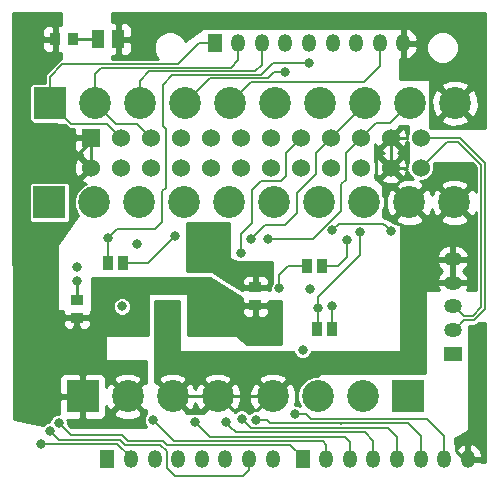
<source format=gtl>
%TF.GenerationSoftware,KiCad,Pcbnew,no-vcs-found-f685cfa~60~ubuntu16.04.1*%
%TF.CreationDate,2017-10-11T22:15:00+02:00*%
%TF.ProjectId,usb_alien,7573625F616C69656E2E6B696361645F,rev?*%
%TF.SameCoordinates,Original*%
%TF.FileFunction,Copper,L1,Top,Signal*%
%TF.FilePolarity,Positive*%
%FSLAX46Y46*%
G04 Gerber Fmt 4.6, Leading zero omitted, Abs format (unit mm)*
G04 Created by KiCad (PCBNEW no-vcs-found-f685cfa~60~ubuntu16.04.1) date Wed Oct 11 22:15:00 2017*
%MOMM*%
%LPD*%
G01*
G04 APERTURE LIST*
%TA.AperFunction,ComponentPad*%
%ADD10C,2.700000*%
%TD*%
%TA.AperFunction,ComponentPad*%
%ADD11R,2.700000X2.700000*%
%TD*%
%TA.AperFunction,SMDPad,CuDef*%
%ADD12R,0.970000X1.270000*%
%TD*%
%TA.AperFunction,SMDPad,CuDef*%
%ADD13R,1.066800X0.914400*%
%TD*%
%TA.AperFunction,ComponentPad*%
%ADD14R,1.524000X1.524000*%
%TD*%
%TA.AperFunction,ComponentPad*%
%ADD15C,1.524000*%
%TD*%
%TA.AperFunction,SMDPad,CuDef*%
%ADD16R,1.066800X1.574800*%
%TD*%
%TA.AperFunction,ComponentPad*%
%ADD17O,1.200000X1.524000*%
%TD*%
%TA.AperFunction,ComponentPad*%
%ADD18R,1.200000X1.524000*%
%TD*%
%TA.AperFunction,ComponentPad*%
%ADD19O,1.524000X1.200000*%
%TD*%
%TA.AperFunction,ComponentPad*%
%ADD20R,1.524000X1.200000*%
%TD*%
%TA.AperFunction,SMDPad,CuDef*%
%ADD21R,0.914400X1.066800*%
%TD*%
%TA.AperFunction,ViaPad*%
%ADD22C,0.800000*%
%TD*%
%TA.AperFunction,Conductor*%
%ADD23C,0.254000*%
%TD*%
%TA.AperFunction,Conductor*%
%ADD24C,0.152400*%
%TD*%
%TA.AperFunction,Conductor*%
%ADD25C,0.177800*%
%TD*%
G04 APERTURE END LIST*
D10*
%TO.P,P2,4*%
%TO.N,GND*%
X145567400Y-102831900D03*
%TO.P,P2,3*%
%TO.N,/USB+*%
X149377400Y-102831900D03*
%TO.P,P2,2*%
%TO.N,/USB-*%
X153187400Y-102831900D03*
D11*
%TO.P,P2,1*%
%TO.N,VDD*%
X156997400Y-102831900D03*
%TD*%
D12*
%TO.P,J5,2*%
%TO.N,/Down*%
X131605100Y-91554300D03*
%TO.P,J5,1*%
%TO.N,/C_Down*%
X132885100Y-91554300D03*
%TD*%
%TO.P,J4,1*%
%TO.N,/C_Right*%
X149308900Y-97091500D03*
%TO.P,J4,2*%
%TO.N,/Right*%
X150588900Y-97091500D03*
%TD*%
%TO.P,J3,2*%
%TO.N,/Left*%
X148496100Y-91795600D03*
%TO.P,J3,1*%
%TO.N,/C_Left*%
X149776100Y-91795600D03*
%TD*%
D13*
%TO.P,C2,2*%
%TO.N,GND*%
X128993900Y-94640400D03*
%TO.P,C2,1*%
%TO.N,VDD*%
X128993900Y-96164400D03*
%TD*%
%TO.P,C1,1*%
%TO.N,VDD*%
X144106900Y-95135700D03*
%TO.P,C1,2*%
%TO.N,GND*%
X144106900Y-93611700D03*
%TD*%
D11*
%TO.P,P1,1*%
%TO.N,VDD*%
X129476500Y-102831900D03*
D10*
%TO.P,P1,2*%
X133286500Y-102831900D03*
%TO.P,P1,3*%
%TO.N,GND*%
X137096500Y-102831900D03*
%TO.P,P1,4*%
X140906500Y-102831900D03*
%TD*%
D14*
%TO.P,J2,1*%
%TO.N,VDD*%
X130162300Y-80937100D03*
D15*
%TO.P,J2,2*%
X130162300Y-83477100D03*
%TO.P,J2,3*%
%TO.N,/HOME*%
X132702300Y-80937100D03*
%TO.P,J2,4*%
%TO.N,/L2*%
X132702300Y-83477100D03*
%TO.P,J2,5*%
%TO.N,/L1*%
X135242300Y-80937100D03*
%TO.P,J2,6*%
%TO.N,/R2*%
X135242300Y-83477100D03*
%TO.P,J2,7*%
%TO.N,/L3*%
X137782300Y-80937100D03*
%TO.P,J2,8*%
%TO.N,/Select*%
X137782300Y-83477100D03*
%TO.P,J2,9*%
%TO.N,/Up*%
X140322300Y-80937100D03*
%TO.P,J2,10*%
%TO.N,/C_Down*%
X140322300Y-83477100D03*
%TO.P,J2,11*%
%TO.N,/Start*%
X142862300Y-80937100D03*
%TO.P,J2,12*%
%TO.N,/Cross*%
X142862300Y-83477100D03*
%TO.P,J2,13*%
%TO.N,/Circle*%
X145402300Y-80937100D03*
%TO.P,J2,14*%
%TO.N,/Square*%
X145402300Y-83477100D03*
%TO.P,J2,15*%
%TO.N,/Triangle*%
X147942300Y-80937100D03*
%TO.P,J2,16*%
%TO.N,/C_Left*%
X147942300Y-83477100D03*
%TO.P,J2,17*%
%TO.N,/R3*%
X150482300Y-80937100D03*
%TO.P,J2,18*%
%TO.N,/C_Right*%
X150482300Y-83477100D03*
%TO.P,J2,19*%
%TO.N,/R1*%
X153022300Y-80937100D03*
%TO.P,J2,20*%
%TO.N,Net-(J2-Pad20)*%
X153022300Y-83477100D03*
%TO.P,J2,21*%
%TO.N,GND*%
X155562300Y-80937100D03*
%TO.P,J2,22*%
X155562300Y-83477100D03*
%TO.P,J2,23*%
%TO.N,/USB-*%
X158102300Y-80937100D03*
%TO.P,J2,24*%
%TO.N,/USB+*%
X158102300Y-83477100D03*
%TD*%
D10*
%TO.P,P4,10*%
%TO.N,GND*%
X160947100Y-86410800D03*
%TO.P,P4,9*%
X157137100Y-86410800D03*
%TO.P,P4,8*%
%TO.N,/C_Right*%
X153327100Y-86410800D03*
%TO.P,P4,7*%
%TO.N,/C_Left*%
X149517100Y-86410800D03*
%TO.P,P4,6*%
%TO.N,/Square*%
X145707100Y-86410800D03*
%TO.P,P4,5*%
%TO.N,/Cross*%
X141897100Y-86410800D03*
%TO.P,P4,4*%
%TO.N,/C_Down*%
X138087100Y-86410800D03*
%TO.P,P4,3*%
%TO.N,/Select*%
X134277100Y-86410800D03*
%TO.P,P4,2*%
%TO.N,/R2*%
X130467100Y-86410800D03*
D11*
%TO.P,P4,1*%
%TO.N,/L2*%
X126657100Y-86410800D03*
%TD*%
%TO.P,P3,1*%
%TO.N,/HOME*%
X126707900Y-78003400D03*
D10*
%TO.P,P3,2*%
%TO.N,/L1*%
X130517900Y-78003400D03*
%TO.P,P3,3*%
%TO.N,/L3*%
X134327900Y-78003400D03*
%TO.P,P3,4*%
%TO.N,/Up*%
X138137900Y-78003400D03*
%TO.P,P3,5*%
%TO.N,/Start*%
X141947900Y-78003400D03*
%TO.P,P3,6*%
%TO.N,/Circle*%
X145757900Y-78003400D03*
%TO.P,P3,7*%
%TO.N,/Triangle*%
X149567900Y-78003400D03*
%TO.P,P3,8*%
%TO.N,/R3*%
X153377900Y-78003400D03*
%TO.P,P3,9*%
%TO.N,/R1*%
X157187900Y-78003400D03*
%TO.P,P3,10*%
%TO.N,GND*%
X160997900Y-78003400D03*
%TD*%
D16*
%TO.P,D1,A*%
%TO.N,Net-(D1-PadA)*%
X130771900Y-72593200D03*
%TO.P,D1,K*%
%TO.N,GND*%
X132499100Y-72593200D03*
%TD*%
D17*
%TO.P,J1,J4_8*%
%TO.N,GND*%
X162098300Y-108168000D03*
%TO.P,J1,J4_7*%
%TO.N,/R1*%
X160098300Y-108168000D03*
%TO.P,J1,J4_6*%
%TO.N,/R3*%
X158098300Y-108168000D03*
%TO.P,J1,J4_5*%
%TO.N,/Triangle*%
X156098300Y-108168000D03*
%TO.P,J1,J4_4*%
%TO.N,/Square*%
X154098300Y-108168000D03*
%TO.P,J1,J4_3*%
%TO.N,/Circle*%
X152098300Y-108168000D03*
%TO.P,J1,J4_2*%
%TO.N,/Cross*%
X150098300Y-108168000D03*
D18*
%TO.P,J1,J4_1*%
%TO.N,/Select*%
X148098300Y-108168000D03*
D17*
%TO.P,J1,J5_8*%
%TO.N,N/C*%
X145558300Y-108168000D03*
%TO.P,J1,J5_7*%
%TO.N,/R2*%
X143558300Y-108168000D03*
%TO.P,J1,J5_6*%
%TO.N,Net-(J1-PadJ5_6)*%
X141558300Y-108168000D03*
%TO.P,J1,J5_5*%
%TO.N,N/C*%
X139558300Y-108168000D03*
%TO.P,J1,J5_3*%
X135558300Y-108168000D03*
%TO.P,J1,J5_2*%
%TO.N,/L2*%
X133558300Y-108168000D03*
%TO.P,J1,J5_4*%
%TO.N,N/C*%
X137558300Y-108168000D03*
D18*
%TO.P,J1,J5_1*%
%TO.N,Net-(J1-PadJ5_1)*%
X131558300Y-108168000D03*
D17*
%TO.P,J1,J3_9*%
%TO.N,GND*%
X156638300Y-72958000D03*
%TO.P,J1,J3_8*%
%TO.N,/Start*%
X154638300Y-72958000D03*
%TO.P,J1,J3_7*%
%TO.N,/Right*%
X152638300Y-72958000D03*
%TO.P,J1,J3_6*%
%TO.N,/Left*%
X150638300Y-72958000D03*
%TO.P,J1,J3_3*%
%TO.N,/L3*%
X144638300Y-72958000D03*
%TO.P,J1,J3_5*%
%TO.N,/Down*%
X148638300Y-72958000D03*
%TO.P,J1,J3_4*%
%TO.N,/Up*%
X146638300Y-72958000D03*
%TO.P,J1,J3_2*%
%TO.N,/L1*%
X142638300Y-72958000D03*
D18*
%TO.P,J1,J3_1*%
%TO.N,/HOME*%
X140638300Y-72958000D03*
D19*
%TO.P,J1,J1_5*%
%TO.N,GND*%
X160798300Y-91208000D03*
%TO.P,J1,J1_4*%
X160798300Y-93208000D03*
%TO.P,J1,J1_3*%
%TO.N,/USB+*%
X160798300Y-95208000D03*
D20*
%TO.P,J1,J1_1*%
%TO.N,VDD*%
X160798300Y-99208000D03*
D19*
%TO.P,J1,J1_2*%
%TO.N,/USB-*%
X160798300Y-97208000D03*
%TD*%
D21*
%TO.P,R1,1*%
%TO.N,VDD*%
X127139700Y-72580500D03*
%TO.P,R1,2*%
%TO.N,Net-(D1-PadA)*%
X128663700Y-72580500D03*
%TD*%
D22*
%TO.N,GND*%
X162610800Y-98221800D03*
X163169600Y-97066100D03*
X140798600Y-89535000D03*
X139877800Y-89535000D03*
X138976100Y-89522300D03*
X140867795Y-88526233D03*
X139877800Y-88531700D03*
X138976100Y-88531700D03*
X136563100Y-99021900D03*
X128993900Y-91846400D03*
X128993900Y-93027500D03*
X132816600Y-95211900D03*
X136626600Y-95186500D03*
%TO.N,/R1*%
X145199100Y-89496900D03*
X147472400Y-104330500D03*
%TO.N,/R3*%
X144145000Y-104800400D03*
X143764000Y-89535000D03*
%TO.N,/Triangle*%
X142875000Y-90678000D03*
X142925800Y-104724200D03*
%TO.N,/Square*%
X141579601Y-105003599D03*
%TO.N,/Circle*%
X139026900Y-105016300D03*
%TO.N,/Cross*%
X135420100Y-104825800D03*
%TO.N,/Select*%
X127431800Y-105067100D03*
%TO.N,/R2*%
X126695200Y-105752900D03*
%TO.N,/L2*%
X125933200Y-106870498D03*
%TO.N,/Right*%
X150622000Y-95161100D03*
X155549600Y-88823800D03*
X150609300Y-88785700D03*
%TO.N,/Left*%
X146126200Y-93700600D03*
%TO.N,/Down*%
X148640800Y-74637900D03*
X131610102Y-89433400D03*
%TO.N,/Up*%
X146621500Y-75349100D03*
%TO.N,VDD*%
X145719800Y-95123000D03*
X128955800Y-98298000D03*
X128968500Y-97142300D03*
%TO.N,Net-(U1-Pad12)*%
X148094700Y-98920300D03*
%TO.N,Net-(U1-Pad3)*%
X148729700Y-93726000D03*
%TO.N,Net-(U2-Pad3)*%
X134112000Y-89954100D03*
%TO.N,/C_Right*%
X149415500Y-95351600D03*
X152996900Y-88938100D03*
%TO.N,/C_Left*%
X151892000Y-89585800D03*
%TO.N,/C_Down*%
X137299700Y-89281000D03*
%TD*%
D23*
%TO.N,Net-(D1-PadA)*%
X128663700Y-72580500D02*
X130759200Y-72580500D01*
X130759200Y-72580500D02*
X130771900Y-72593200D01*
%TO.N,GND*%
X142550919Y-103943199D02*
X142646400Y-103943199D01*
X141033500Y-102831900D02*
X142227300Y-104025700D01*
X142227300Y-104025700D02*
X142468418Y-104025700D01*
X142468418Y-104025700D02*
X142550919Y-103943199D01*
X140906500Y-102831900D02*
X141033500Y-102831900D01*
X144246600Y-103974900D02*
X143751300Y-103974900D01*
X145389600Y-102831900D02*
X144246600Y-103974900D01*
X145567400Y-102831900D02*
X145389600Y-102831900D01*
X162098300Y-108330000D02*
X162098300Y-108168000D01*
X161800100Y-108168000D02*
X161074100Y-107442000D01*
X162098300Y-108168000D02*
X161800100Y-108168000D01*
X138976100Y-89522300D02*
X139865100Y-89522300D01*
X139865100Y-89522300D02*
X139877800Y-89535000D01*
X139877800Y-88531700D02*
X140862328Y-88531700D01*
X140862328Y-88531700D02*
X140867795Y-88526233D01*
X140906500Y-102831900D02*
X145567400Y-102831900D01*
X137096500Y-102831900D02*
X139005688Y-102831900D01*
X139005688Y-102831900D02*
X140906500Y-102831900D01*
X128993900Y-94640400D02*
X128993900Y-93027500D01*
X156741530Y-83578700D02*
X156908500Y-83578700D01*
X155562300Y-83477100D02*
X156639930Y-83477100D01*
X156639930Y-83477100D02*
X156741530Y-83578700D01*
X156908499Y-80937100D02*
X156908499Y-80975199D01*
X156908499Y-80975199D02*
X156959299Y-81025999D01*
X155562300Y-80937100D02*
X156908499Y-80937100D01*
X156019500Y-84912200D02*
X156235400Y-84696300D01*
X156019500Y-85090000D02*
X156019500Y-84912200D01*
X157137100Y-86207600D02*
X156019500Y-85090000D01*
X157137100Y-86410800D02*
X157137100Y-86207600D01*
X154279600Y-84023200D02*
X154279600Y-82867500D01*
X154584400Y-84328000D02*
X154279600Y-84023200D01*
X154711400Y-84328000D02*
X154584400Y-84328000D01*
X154813000Y-84226400D02*
X154711400Y-84328000D01*
X155562300Y-83477100D02*
X154813000Y-84226400D01*
X155562300Y-83477100D02*
X155562300Y-80937100D01*
D24*
%TO.N,/R1*%
X160098300Y-108168000D02*
X160098300Y-106212200D01*
X148386800Y-104330500D02*
X147472400Y-104330500D01*
X160098300Y-106212200D02*
X158635700Y-104749600D01*
X158635700Y-104749600D02*
X148805900Y-104749600D01*
X148805900Y-104749600D02*
X148386800Y-104330500D01*
X145199100Y-89496900D02*
X149009100Y-89496900D01*
X149009100Y-89496900D02*
X151384000Y-87122000D01*
X151384000Y-87122000D02*
X151384000Y-84874100D01*
X151384000Y-84874100D02*
X151765000Y-84493100D01*
X151765000Y-84493100D02*
X151765000Y-82194400D01*
X151765000Y-82194400D02*
X152260301Y-81699099D01*
X152260301Y-81699099D02*
X153022300Y-80937100D01*
X154305000Y-79654400D02*
X155536900Y-79654400D01*
X155536900Y-79654400D02*
X157187900Y-78003400D01*
X153022300Y-80937100D02*
X154305000Y-79654400D01*
%TO.N,/R3*%
X150482300Y-80937100D02*
X149225000Y-82194400D01*
X149225000Y-82194400D02*
X149225000Y-84023200D01*
X149225000Y-84023200D02*
X147637500Y-85610700D01*
X147637500Y-85610700D02*
X147637500Y-87287100D01*
X146570700Y-88353900D02*
X144945100Y-88353900D01*
X147637500Y-87287100D02*
X146570700Y-88353900D01*
X144945100Y-88353900D02*
X143764000Y-89535000D01*
X151371300Y-105117900D02*
X145376900Y-105117900D01*
X145376900Y-105117900D02*
X145059400Y-104800400D01*
X145059400Y-104800400D02*
X144145000Y-104800400D01*
X158098300Y-108168000D02*
X158098300Y-106206100D01*
X158098300Y-106206100D02*
X157010100Y-105117900D01*
X157010100Y-105117900D02*
X151371300Y-105117900D01*
X150482300Y-80937100D02*
X149390100Y-82029300D01*
X150482300Y-80937100D02*
X153377900Y-78041500D01*
X153377900Y-78041500D02*
X153377900Y-78003400D01*
X151371300Y-105117900D02*
X151345900Y-105143300D01*
%TO.N,/Triangle*%
X156098300Y-108168000D02*
X156098300Y-106288900D01*
X143687800Y-105498900D02*
X142925800Y-104736900D01*
X156098300Y-106288900D02*
X155308300Y-105498900D01*
X155308300Y-105498900D02*
X143687800Y-105498900D01*
X142925800Y-104736900D02*
X142925800Y-104724200D01*
X147942300Y-80937100D02*
X146672300Y-82207100D01*
X146672300Y-82207100D02*
X146672300Y-84188300D01*
X146672300Y-84188300D02*
X146265900Y-84594700D01*
X146265900Y-84594700D02*
X144576800Y-84594700D01*
X144576800Y-84594700D02*
X143840200Y-85331300D01*
X143840200Y-85331300D02*
X143840200Y-88138000D01*
X143840200Y-88138000D02*
X142875000Y-89103200D01*
X142875000Y-89103200D02*
X142875000Y-90678000D01*
%TO.N,/Square*%
X154098300Y-108168000D02*
X154098300Y-106638400D01*
X154098300Y-106638400D02*
X153339800Y-105879900D01*
X153339800Y-105879900D02*
X142455902Y-105879900D01*
X141979600Y-105403598D02*
X141579601Y-105003599D01*
X142455902Y-105879900D02*
X141979600Y-105403598D01*
%TO.N,/Circle*%
X152098300Y-108168000D02*
X152098300Y-106670400D01*
X152098300Y-106670400D02*
X151701478Y-106273578D01*
X151701478Y-106273578D02*
X140284178Y-106273578D01*
X140284178Y-106273578D02*
X139426899Y-105416299D01*
X139426899Y-105416299D02*
X139026900Y-105016300D01*
%TO.N,/Cross*%
X150098300Y-108168000D02*
X150098300Y-106918300D01*
X150098300Y-106918300D02*
X149809200Y-106629200D01*
X135820099Y-105225799D02*
X135420100Y-104825800D01*
X149809200Y-106629200D02*
X137223500Y-106629200D01*
X137223500Y-106629200D02*
X135820099Y-105225799D01*
%TO.N,/Select*%
X127431800Y-105067100D02*
X128498600Y-106133900D01*
X128498600Y-106133900D02*
X132816600Y-106133900D01*
X132816600Y-106133900D02*
X133337300Y-106654600D01*
X133337300Y-106654600D02*
X136309100Y-106654600D01*
X136309100Y-106654600D02*
X136588500Y-106934000D01*
X136588500Y-106934000D02*
X147040600Y-106934000D01*
X147040600Y-106934000D02*
X148098300Y-107991700D01*
X148098300Y-107991700D02*
X148098300Y-108168000D01*
%TO.N,/R2*%
X133096000Y-106972100D02*
X132657799Y-106533899D01*
X136055100Y-106972100D02*
X133096000Y-106972100D01*
X132657799Y-106533899D02*
X127476199Y-106533899D01*
X136575800Y-107492800D02*
X136055100Y-106972100D01*
X136575800Y-108889800D02*
X136575800Y-107492800D01*
X137299700Y-109613700D02*
X136575800Y-108889800D01*
X143027000Y-109613700D02*
X137299700Y-109613700D01*
X143558300Y-109082400D02*
X143027000Y-109613700D01*
X143558300Y-108168000D02*
X143558300Y-109082400D01*
X127476199Y-106533899D02*
X127095199Y-106152899D01*
X127095199Y-106152899D02*
X126695200Y-105752900D01*
%TO.N,/L2*%
X126498885Y-106870498D02*
X125933200Y-106870498D01*
X132422798Y-106870498D02*
X126498885Y-106870498D01*
X133558300Y-108006000D02*
X132422798Y-106870498D01*
X133558300Y-108168000D02*
X133558300Y-108006000D01*
%TO.N,/Start*%
X154638300Y-72958000D02*
X154638300Y-74901500D01*
X154638300Y-74901500D02*
X153314389Y-76225411D01*
X153314389Y-76225411D02*
X145541256Y-76225411D01*
X145541256Y-76225411D02*
X145541234Y-76225433D01*
X145541234Y-76225433D02*
X143725867Y-76225433D01*
X143725867Y-76225433D02*
X141947900Y-78003400D01*
%TO.N,/Right*%
X150622000Y-95161100D02*
X150622000Y-97058400D01*
X150622000Y-97058400D02*
X150588900Y-97091500D01*
X150588900Y-95194200D02*
X150622000Y-95161100D01*
X150588900Y-97091500D02*
X150588900Y-96941500D01*
X150609300Y-88785700D02*
X151187101Y-88207899D01*
X151187101Y-88207899D02*
X154933699Y-88207899D01*
X154933699Y-88207899D02*
X155149601Y-88423801D01*
X155149601Y-88423801D02*
X155549600Y-88823800D01*
%TO.N,/Left*%
X146126200Y-92544900D02*
X146875500Y-91795600D01*
X146875500Y-91795600D02*
X148496100Y-91795600D01*
X146126200Y-93700600D02*
X146126200Y-92544900D01*
%TO.N,/L3*%
X144094200Y-75311000D02*
X135111112Y-75311000D01*
X134327900Y-76094212D02*
X134327900Y-78003400D01*
X144638300Y-72958000D02*
X144638300Y-74766900D01*
X144638300Y-74766900D02*
X144094200Y-75311000D01*
X135111112Y-75311000D02*
X134327900Y-76094212D01*
%TO.N,/Down*%
X148640800Y-74637900D02*
X145567400Y-74637900D01*
X145567400Y-74637900D02*
X144589489Y-75615811D01*
X136245600Y-79921100D02*
X136499600Y-80175100D01*
X136182100Y-85471000D02*
X136182100Y-88061800D01*
X144589489Y-75615811D02*
X137071089Y-75615811D01*
X137071089Y-75615811D02*
X136245600Y-76441300D01*
X136245600Y-76441300D02*
X136245600Y-79921100D01*
X136499600Y-80175100D02*
X136499600Y-85153500D01*
X135585198Y-88658702D02*
X132384800Y-88658702D01*
X136499600Y-85153500D02*
X136182100Y-85471000D01*
X136182100Y-88061800D02*
X135585198Y-88658702D01*
X132384800Y-88658702D02*
X131610102Y-89433400D01*
X131610102Y-89433400D02*
X131610102Y-91549298D01*
X131610102Y-91549298D02*
X131605100Y-91554300D01*
%TO.N,/Up*%
X138137900Y-78003400D02*
X140220678Y-75920622D01*
X140220678Y-75920622D02*
X145135578Y-75920622D01*
X145135578Y-75920622D02*
X145707100Y-75349100D01*
X145707100Y-75349100D02*
X146055815Y-75349100D01*
X146055815Y-75349100D02*
X146621500Y-75349100D01*
X146634199Y-75514199D02*
X146621500Y-75501500D01*
X146621500Y-75501500D02*
X146621500Y-75349100D01*
%TO.N,/L1*%
X131051310Y-75006190D02*
X130517900Y-75539600D01*
X142638300Y-73872400D02*
X142646400Y-73880500D01*
X142646400Y-73880500D02*
X142646400Y-74358500D01*
X142638300Y-72958000D02*
X142638300Y-73872400D01*
X142646400Y-74358500D02*
X141998710Y-75006190D01*
X141998710Y-75006190D02*
X131051310Y-75006190D01*
X130517900Y-75539600D02*
X130517900Y-78003400D01*
X130517900Y-78003400D02*
X132283200Y-79768700D01*
X132283200Y-79768700D02*
X134073900Y-79768700D01*
X134073900Y-79768700D02*
X135242300Y-80937100D01*
%TO.N,/HOME*%
X140638300Y-72958000D02*
X139284400Y-72958000D01*
X139284400Y-72958000D02*
X137541021Y-74701379D01*
X137541021Y-74701379D02*
X130925054Y-74701379D01*
X126707900Y-75755500D02*
X126707900Y-78003400D01*
X130925054Y-74701379D02*
X130925033Y-74701400D01*
X130925033Y-74701400D02*
X127762000Y-74701400D01*
X127762000Y-74701400D02*
X126707900Y-75755500D01*
X132702300Y-80937100D02*
X131508500Y-79743300D01*
X131508500Y-79743300D02*
X128498600Y-79743300D01*
X128498600Y-79743300D02*
X127025400Y-78270100D01*
X127025400Y-78270100D02*
X127025400Y-78193900D01*
X127025400Y-78193900D02*
X126834900Y-78003400D01*
X126834900Y-78003400D02*
X126707900Y-78003400D01*
D25*
%TO.N,/USB+*%
X163220400Y-83220548D02*
X161292552Y-81292700D01*
X160798300Y-95208000D02*
X160960300Y-95208000D01*
X160286700Y-81292700D02*
X158102300Y-83477100D01*
X162480852Y-96030200D02*
X163220400Y-95290652D01*
X161292552Y-81292700D02*
X160286700Y-81292700D01*
X160960300Y-95208000D02*
X161782500Y-96030200D01*
X161782500Y-96030200D02*
X162480852Y-96030200D01*
X163220400Y-95290652D02*
X163220400Y-83220548D01*
D24*
X158102300Y-83477100D02*
X158102300Y-83235800D01*
D23*
%TO.N,VDD*%
X128905000Y-82448400D02*
X128600200Y-82448400D01*
X130162300Y-81191100D02*
X128905000Y-82448400D01*
X130162300Y-80937100D02*
X130162300Y-81191100D01*
X128993900Y-96164400D02*
X128993900Y-97116900D01*
X128993900Y-97116900D02*
X128968500Y-97142300D01*
X128968500Y-97142300D02*
X128968500Y-98285300D01*
X128968500Y-98285300D02*
X128955800Y-98298000D01*
X130162300Y-80937100D02*
X130162300Y-81953100D01*
X130162300Y-81953100D02*
X130162300Y-83477100D01*
D25*
%TO.N,/USB-*%
X160798300Y-97208000D02*
X160960300Y-97208000D01*
X160960300Y-97208000D02*
X161782500Y-96385800D01*
X162628148Y-96385800D02*
X163576000Y-95437948D01*
X161439848Y-80937100D02*
X160286700Y-80937100D01*
X161782500Y-96385800D02*
X162628148Y-96385800D01*
X163576000Y-95437948D02*
X163576000Y-83073252D01*
X163576000Y-83073252D02*
X161439848Y-80937100D01*
X160286700Y-80937100D02*
X158102300Y-80937100D01*
D24*
X158102300Y-80937100D02*
X158102300Y-81254600D01*
%TO.N,/C_Right*%
X149415500Y-95351600D02*
X149415500Y-94449900D01*
X149415500Y-94449900D02*
X152996900Y-90868500D01*
X152996900Y-90868500D02*
X152996900Y-90652600D01*
X152996900Y-90652600D02*
X152996900Y-88938100D01*
X149415500Y-95351600D02*
X149415500Y-96984900D01*
X149415500Y-96984900D02*
X149308900Y-97091500D01*
%TO.N,/C_Left*%
X149776100Y-91795600D02*
X151091900Y-91795600D01*
X151091900Y-91795600D02*
X151892000Y-90995500D01*
X151892000Y-90995500D02*
X151892000Y-89585800D01*
%TO.N,/C_Down*%
X135026400Y-91554300D02*
X136899701Y-89680999D01*
X136899701Y-89680999D02*
X137299700Y-89281000D01*
X132885100Y-91554300D02*
X135026400Y-91554300D01*
%TD*%
D23*
%TO.N,GND*%
G36*
X157035500Y-80525715D02*
X156959499Y-80708746D01*
X156959330Y-80902760D01*
X156943662Y-80589732D01*
X156784697Y-80205957D01*
X156542513Y-80136492D01*
X155741905Y-80937100D01*
X156542513Y-81737708D01*
X156784697Y-81668243D01*
X156962152Y-81170842D01*
X157035500Y-81348358D01*
X157035500Y-82969100D01*
X157045167Y-83017701D01*
X157051501Y-83027181D01*
X156959499Y-83248746D01*
X156959330Y-83442760D01*
X156943662Y-83129732D01*
X156784697Y-82745957D01*
X156542513Y-82676492D01*
X155741905Y-83477100D01*
X156542513Y-84277708D01*
X156784697Y-84208243D01*
X156962152Y-83710842D01*
X157132746Y-84123712D01*
X157426953Y-84418432D01*
X156695682Y-84435636D01*
X156325097Y-84589137D01*
X156362908Y-84457313D01*
X155562300Y-83656705D01*
X154761692Y-84457313D01*
X154831157Y-84699497D01*
X155354602Y-84886244D01*
X155909668Y-84858462D01*
X155996332Y-84822565D01*
X155911112Y-85005207D01*
X157137100Y-86231195D01*
X158363088Y-85005207D01*
X159721112Y-85005207D01*
X160947100Y-86231195D01*
X162173088Y-85005207D01*
X162031622Y-84702018D01*
X161295145Y-84417063D01*
X160505682Y-84435636D01*
X159862578Y-84702018D01*
X159721112Y-85005207D01*
X158363088Y-85005207D01*
X158221622Y-84702018D01*
X158009694Y-84620020D01*
X158328659Y-84620298D01*
X158748912Y-84446654D01*
X159070723Y-84125403D01*
X159245101Y-83705454D01*
X159245498Y-83250741D01*
X159181602Y-83096100D01*
X162431413Y-83096100D01*
X162750500Y-83415187D01*
X162750500Y-85554706D01*
X162655882Y-85326278D01*
X162352693Y-85184812D01*
X161126705Y-86410800D01*
X162352693Y-87636788D01*
X162655882Y-87495322D01*
X162750500Y-87250778D01*
X162750500Y-93853000D01*
X161994099Y-93853000D01*
X162153762Y-93525609D01*
X162029031Y-93335000D01*
X160925300Y-93335000D01*
X160925300Y-93355000D01*
X160671300Y-93355000D01*
X160671300Y-93335000D01*
X159567569Y-93335000D01*
X159442838Y-93525609D01*
X159602501Y-93853000D01*
X158623000Y-93853000D01*
X158574399Y-93862667D01*
X158533197Y-93890197D01*
X158505667Y-93931399D01*
X158496000Y-93980000D01*
X158496000Y-100838000D01*
X149606000Y-100838000D01*
X149557399Y-100847667D01*
X149516197Y-100875197D01*
X149491573Y-100909905D01*
X149399604Y-101100919D01*
X149034593Y-101100600D01*
X148398148Y-101363574D01*
X147910786Y-101850087D01*
X147646701Y-102486072D01*
X147646100Y-103174707D01*
X147836761Y-103636141D01*
X147628432Y-103549636D01*
X147418169Y-103549452D01*
X147561137Y-103179945D01*
X147542564Y-102390482D01*
X147276182Y-101747378D01*
X146972993Y-101605912D01*
X145747005Y-102831900D01*
X145761148Y-102846043D01*
X145581543Y-103025648D01*
X145567400Y-103011505D01*
X145553258Y-103025648D01*
X145373653Y-102846043D01*
X145387795Y-102831900D01*
X144161807Y-101605912D01*
X143858618Y-101747378D01*
X143573663Y-102483855D01*
X143592236Y-103273318D01*
X143858618Y-103916422D01*
X144079195Y-104019342D01*
X143990331Y-104019264D01*
X143703177Y-104137914D01*
X143573866Y-104267000D01*
X143572936Y-104267000D01*
X143368779Y-104062486D01*
X143081832Y-103943336D01*
X142771131Y-103943064D01*
X142483977Y-104061714D01*
X142399876Y-104145668D01*
X142312095Y-104057887D01*
X142615282Y-103916422D01*
X142900237Y-103179945D01*
X142881664Y-102390482D01*
X142615282Y-101747378D01*
X142312093Y-101605912D01*
X141086105Y-102831900D01*
X141100248Y-102846043D01*
X140920643Y-103025648D01*
X140906500Y-103011505D01*
X139680512Y-104237493D01*
X139694280Y-104267000D01*
X139258947Y-104267000D01*
X139182932Y-104235436D01*
X138872231Y-104235164D01*
X138795182Y-104267000D01*
X138308720Y-104267000D01*
X138322488Y-104237493D01*
X137096500Y-103011505D01*
X137082358Y-103025648D01*
X136902753Y-102846043D01*
X136916895Y-102831900D01*
X137276105Y-102831900D01*
X138502093Y-104057888D01*
X138805282Y-103916422D01*
X138994814Y-103426568D01*
X139197718Y-103916422D01*
X139500907Y-104057888D01*
X140726895Y-102831900D01*
X139500907Y-101605912D01*
X139197718Y-101747378D01*
X139008186Y-102237232D01*
X138805282Y-101747378D01*
X138502093Y-101605912D01*
X137276105Y-102831900D01*
X136916895Y-102831900D01*
X135690907Y-101605912D01*
X135636000Y-101631531D01*
X135636000Y-101426307D01*
X135870512Y-101426307D01*
X137096500Y-102652295D01*
X138322488Y-101426307D01*
X139680512Y-101426307D01*
X140906500Y-102652295D01*
X142132488Y-101426307D01*
X144341412Y-101426307D01*
X145567400Y-102652295D01*
X146793388Y-101426307D01*
X146651922Y-101123118D01*
X145915445Y-100838163D01*
X145125982Y-100856736D01*
X144482878Y-101123118D01*
X144341412Y-101426307D01*
X142132488Y-101426307D01*
X141991022Y-101123118D01*
X141254545Y-100838163D01*
X140465082Y-100856736D01*
X139821978Y-101123118D01*
X139680512Y-101426307D01*
X138322488Y-101426307D01*
X138181022Y-101123118D01*
X137444545Y-100838163D01*
X136655082Y-100856736D01*
X136011978Y-101123118D01*
X135870512Y-101426307D01*
X135636000Y-101426307D01*
X135636000Y-94742000D01*
X137668000Y-94742000D01*
X137668000Y-98920300D01*
X137677667Y-98968901D01*
X137705197Y-99010103D01*
X137746399Y-99037633D01*
X137794913Y-99047300D01*
X147313583Y-99053820D01*
X147313564Y-99074969D01*
X147432214Y-99362123D01*
X147651721Y-99582014D01*
X147938668Y-99701164D01*
X148249369Y-99701436D01*
X148536523Y-99582786D01*
X148756414Y-99363279D01*
X148875564Y-99076332D01*
X148875583Y-99054889D01*
X156336913Y-99060000D01*
X156385520Y-99050366D01*
X156426741Y-99022864D01*
X156454299Y-98981681D01*
X156464000Y-98933000D01*
X156464000Y-91525609D01*
X159442838Y-91525609D01*
X159656285Y-91963285D01*
X159936520Y-92208000D01*
X159656285Y-92452715D01*
X159442838Y-92890391D01*
X159567569Y-93081000D01*
X160671300Y-93081000D01*
X160671300Y-91335000D01*
X160925300Y-91335000D01*
X160925300Y-93081000D01*
X162029031Y-93081000D01*
X162153762Y-92890391D01*
X161940315Y-92452715D01*
X161660080Y-92208000D01*
X161940315Y-91963285D01*
X162153762Y-91525609D01*
X162029031Y-91335000D01*
X160925300Y-91335000D01*
X160671300Y-91335000D01*
X159567569Y-91335000D01*
X159442838Y-91525609D01*
X156464000Y-91525609D01*
X156464000Y-90890391D01*
X159442838Y-90890391D01*
X159567569Y-91081000D01*
X160671300Y-91081000D01*
X160671300Y-90129955D01*
X160925300Y-90129955D01*
X160925300Y-91081000D01*
X162029031Y-91081000D01*
X162153762Y-90890391D01*
X161940315Y-90452715D01*
X161576681Y-90135172D01*
X161119208Y-89980957D01*
X160925300Y-90129955D01*
X160671300Y-90129955D01*
X160477392Y-89980957D01*
X160019919Y-90135172D01*
X159656285Y-90452715D01*
X159442838Y-90890391D01*
X156464000Y-90890391D01*
X156464000Y-88480900D01*
X156454333Y-88432299D01*
X156426803Y-88391097D01*
X156393796Y-88367308D01*
X156001774Y-88171297D01*
X155992579Y-88162086D01*
X155938153Y-88139487D01*
X155291966Y-87816393D01*
X155911112Y-87816393D01*
X156052578Y-88119582D01*
X156789055Y-88404537D01*
X157578518Y-88385964D01*
X158221622Y-88119582D01*
X158363088Y-87816393D01*
X159721112Y-87816393D01*
X159862578Y-88119582D01*
X160599055Y-88404537D01*
X161388518Y-88385964D01*
X162031622Y-88119582D01*
X162173088Y-87816393D01*
X160947100Y-86590405D01*
X159721112Y-87816393D01*
X158363088Y-87816393D01*
X157137100Y-86590405D01*
X155911112Y-87816393D01*
X155291966Y-87816393D01*
X154940000Y-87640410D01*
X154940000Y-87040318D01*
X155057799Y-86756628D01*
X155058400Y-86067993D01*
X155056236Y-86062755D01*
X155143363Y-86062755D01*
X155161936Y-86852218D01*
X155428318Y-87495322D01*
X155731507Y-87636788D01*
X156957495Y-86410800D01*
X157316705Y-86410800D01*
X158542693Y-87636788D01*
X158845882Y-87495322D01*
X159035414Y-87005468D01*
X159238318Y-87495322D01*
X159541507Y-87636788D01*
X160767495Y-86410800D01*
X159541507Y-85184812D01*
X159238318Y-85326278D01*
X159048786Y-85816132D01*
X158845882Y-85326278D01*
X158542693Y-85184812D01*
X157316705Y-86410800D01*
X156957495Y-86410800D01*
X155731507Y-85184812D01*
X155428318Y-85326278D01*
X155143363Y-86062755D01*
X155056236Y-86062755D01*
X154940000Y-85781443D01*
X154940000Y-85051900D01*
X154930333Y-85003299D01*
X154901975Y-84961277D01*
X154241500Y-84312811D01*
X154241500Y-83970677D01*
X154339903Y-84208243D01*
X154582087Y-84277708D01*
X155382695Y-83477100D01*
X154582087Y-82676492D01*
X154339903Y-82745957D01*
X154241500Y-83021778D01*
X154241500Y-81917313D01*
X154761692Y-81917313D01*
X154831157Y-82159497D01*
X154954644Y-82203553D01*
X154831157Y-82254703D01*
X154761692Y-82496887D01*
X155562300Y-83297495D01*
X156362908Y-82496887D01*
X156293443Y-82254703D01*
X156169956Y-82210647D01*
X156293443Y-82159497D01*
X156362908Y-81917313D01*
X155562300Y-81116705D01*
X154761692Y-81917313D01*
X154241500Y-81917313D01*
X154241500Y-81430677D01*
X154339903Y-81668243D01*
X154582087Y-81737708D01*
X155382695Y-80937100D01*
X155368553Y-80922958D01*
X155548158Y-80743353D01*
X155562300Y-80757495D01*
X156362908Y-79956887D01*
X156352643Y-79921100D01*
X157035500Y-79921100D01*
X157035500Y-80525715D01*
X157035500Y-80525715D01*
G37*
X157035500Y-80525715D02*
X156959499Y-80708746D01*
X156959330Y-80902760D01*
X156943662Y-80589732D01*
X156784697Y-80205957D01*
X156542513Y-80136492D01*
X155741905Y-80937100D01*
X156542513Y-81737708D01*
X156784697Y-81668243D01*
X156962152Y-81170842D01*
X157035500Y-81348358D01*
X157035500Y-82969100D01*
X157045167Y-83017701D01*
X157051501Y-83027181D01*
X156959499Y-83248746D01*
X156959330Y-83442760D01*
X156943662Y-83129732D01*
X156784697Y-82745957D01*
X156542513Y-82676492D01*
X155741905Y-83477100D01*
X156542513Y-84277708D01*
X156784697Y-84208243D01*
X156962152Y-83710842D01*
X157132746Y-84123712D01*
X157426953Y-84418432D01*
X156695682Y-84435636D01*
X156325097Y-84589137D01*
X156362908Y-84457313D01*
X155562300Y-83656705D01*
X154761692Y-84457313D01*
X154831157Y-84699497D01*
X155354602Y-84886244D01*
X155909668Y-84858462D01*
X155996332Y-84822565D01*
X155911112Y-85005207D01*
X157137100Y-86231195D01*
X158363088Y-85005207D01*
X159721112Y-85005207D01*
X160947100Y-86231195D01*
X162173088Y-85005207D01*
X162031622Y-84702018D01*
X161295145Y-84417063D01*
X160505682Y-84435636D01*
X159862578Y-84702018D01*
X159721112Y-85005207D01*
X158363088Y-85005207D01*
X158221622Y-84702018D01*
X158009694Y-84620020D01*
X158328659Y-84620298D01*
X158748912Y-84446654D01*
X159070723Y-84125403D01*
X159245101Y-83705454D01*
X159245498Y-83250741D01*
X159181602Y-83096100D01*
X162431413Y-83096100D01*
X162750500Y-83415187D01*
X162750500Y-85554706D01*
X162655882Y-85326278D01*
X162352693Y-85184812D01*
X161126705Y-86410800D01*
X162352693Y-87636788D01*
X162655882Y-87495322D01*
X162750500Y-87250778D01*
X162750500Y-93853000D01*
X161994099Y-93853000D01*
X162153762Y-93525609D01*
X162029031Y-93335000D01*
X160925300Y-93335000D01*
X160925300Y-93355000D01*
X160671300Y-93355000D01*
X160671300Y-93335000D01*
X159567569Y-93335000D01*
X159442838Y-93525609D01*
X159602501Y-93853000D01*
X158623000Y-93853000D01*
X158574399Y-93862667D01*
X158533197Y-93890197D01*
X158505667Y-93931399D01*
X158496000Y-93980000D01*
X158496000Y-100838000D01*
X149606000Y-100838000D01*
X149557399Y-100847667D01*
X149516197Y-100875197D01*
X149491573Y-100909905D01*
X149399604Y-101100919D01*
X149034593Y-101100600D01*
X148398148Y-101363574D01*
X147910786Y-101850087D01*
X147646701Y-102486072D01*
X147646100Y-103174707D01*
X147836761Y-103636141D01*
X147628432Y-103549636D01*
X147418169Y-103549452D01*
X147561137Y-103179945D01*
X147542564Y-102390482D01*
X147276182Y-101747378D01*
X146972993Y-101605912D01*
X145747005Y-102831900D01*
X145761148Y-102846043D01*
X145581543Y-103025648D01*
X145567400Y-103011505D01*
X145553258Y-103025648D01*
X145373653Y-102846043D01*
X145387795Y-102831900D01*
X144161807Y-101605912D01*
X143858618Y-101747378D01*
X143573663Y-102483855D01*
X143592236Y-103273318D01*
X143858618Y-103916422D01*
X144079195Y-104019342D01*
X143990331Y-104019264D01*
X143703177Y-104137914D01*
X143573866Y-104267000D01*
X143572936Y-104267000D01*
X143368779Y-104062486D01*
X143081832Y-103943336D01*
X142771131Y-103943064D01*
X142483977Y-104061714D01*
X142399876Y-104145668D01*
X142312095Y-104057887D01*
X142615282Y-103916422D01*
X142900237Y-103179945D01*
X142881664Y-102390482D01*
X142615282Y-101747378D01*
X142312093Y-101605912D01*
X141086105Y-102831900D01*
X141100248Y-102846043D01*
X140920643Y-103025648D01*
X140906500Y-103011505D01*
X139680512Y-104237493D01*
X139694280Y-104267000D01*
X139258947Y-104267000D01*
X139182932Y-104235436D01*
X138872231Y-104235164D01*
X138795182Y-104267000D01*
X138308720Y-104267000D01*
X138322488Y-104237493D01*
X137096500Y-103011505D01*
X137082358Y-103025648D01*
X136902753Y-102846043D01*
X136916895Y-102831900D01*
X137276105Y-102831900D01*
X138502093Y-104057888D01*
X138805282Y-103916422D01*
X138994814Y-103426568D01*
X139197718Y-103916422D01*
X139500907Y-104057888D01*
X140726895Y-102831900D01*
X139500907Y-101605912D01*
X139197718Y-101747378D01*
X139008186Y-102237232D01*
X138805282Y-101747378D01*
X138502093Y-101605912D01*
X137276105Y-102831900D01*
X136916895Y-102831900D01*
X135690907Y-101605912D01*
X135636000Y-101631531D01*
X135636000Y-101426307D01*
X135870512Y-101426307D01*
X137096500Y-102652295D01*
X138322488Y-101426307D01*
X139680512Y-101426307D01*
X140906500Y-102652295D01*
X142132488Y-101426307D01*
X144341412Y-101426307D01*
X145567400Y-102652295D01*
X146793388Y-101426307D01*
X146651922Y-101123118D01*
X145915445Y-100838163D01*
X145125982Y-100856736D01*
X144482878Y-101123118D01*
X144341412Y-101426307D01*
X142132488Y-101426307D01*
X141991022Y-101123118D01*
X141254545Y-100838163D01*
X140465082Y-100856736D01*
X139821978Y-101123118D01*
X139680512Y-101426307D01*
X138322488Y-101426307D01*
X138181022Y-101123118D01*
X137444545Y-100838163D01*
X136655082Y-100856736D01*
X136011978Y-101123118D01*
X135870512Y-101426307D01*
X135636000Y-101426307D01*
X135636000Y-94742000D01*
X137668000Y-94742000D01*
X137668000Y-98920300D01*
X137677667Y-98968901D01*
X137705197Y-99010103D01*
X137746399Y-99037633D01*
X137794913Y-99047300D01*
X147313583Y-99053820D01*
X147313564Y-99074969D01*
X147432214Y-99362123D01*
X147651721Y-99582014D01*
X147938668Y-99701164D01*
X148249369Y-99701436D01*
X148536523Y-99582786D01*
X148756414Y-99363279D01*
X148875564Y-99076332D01*
X148875583Y-99054889D01*
X156336913Y-99060000D01*
X156385520Y-99050366D01*
X156426741Y-99022864D01*
X156454299Y-98981681D01*
X156464000Y-98933000D01*
X156464000Y-91525609D01*
X159442838Y-91525609D01*
X159656285Y-91963285D01*
X159936520Y-92208000D01*
X159656285Y-92452715D01*
X159442838Y-92890391D01*
X159567569Y-93081000D01*
X160671300Y-93081000D01*
X160671300Y-91335000D01*
X160925300Y-91335000D01*
X160925300Y-93081000D01*
X162029031Y-93081000D01*
X162153762Y-92890391D01*
X161940315Y-92452715D01*
X161660080Y-92208000D01*
X161940315Y-91963285D01*
X162153762Y-91525609D01*
X162029031Y-91335000D01*
X160925300Y-91335000D01*
X160671300Y-91335000D01*
X159567569Y-91335000D01*
X159442838Y-91525609D01*
X156464000Y-91525609D01*
X156464000Y-90890391D01*
X159442838Y-90890391D01*
X159567569Y-91081000D01*
X160671300Y-91081000D01*
X160671300Y-90129955D01*
X160925300Y-90129955D01*
X160925300Y-91081000D01*
X162029031Y-91081000D01*
X162153762Y-90890391D01*
X161940315Y-90452715D01*
X161576681Y-90135172D01*
X161119208Y-89980957D01*
X160925300Y-90129955D01*
X160671300Y-90129955D01*
X160477392Y-89980957D01*
X160019919Y-90135172D01*
X159656285Y-90452715D01*
X159442838Y-90890391D01*
X156464000Y-90890391D01*
X156464000Y-88480900D01*
X156454333Y-88432299D01*
X156426803Y-88391097D01*
X156393796Y-88367308D01*
X156001774Y-88171297D01*
X155992579Y-88162086D01*
X155938153Y-88139487D01*
X155291966Y-87816393D01*
X155911112Y-87816393D01*
X156052578Y-88119582D01*
X156789055Y-88404537D01*
X157578518Y-88385964D01*
X158221622Y-88119582D01*
X158363088Y-87816393D01*
X159721112Y-87816393D01*
X159862578Y-88119582D01*
X160599055Y-88404537D01*
X161388518Y-88385964D01*
X162031622Y-88119582D01*
X162173088Y-87816393D01*
X160947100Y-86590405D01*
X159721112Y-87816393D01*
X158363088Y-87816393D01*
X157137100Y-86590405D01*
X155911112Y-87816393D01*
X155291966Y-87816393D01*
X154940000Y-87640410D01*
X154940000Y-87040318D01*
X155057799Y-86756628D01*
X155058400Y-86067993D01*
X155056236Y-86062755D01*
X155143363Y-86062755D01*
X155161936Y-86852218D01*
X155428318Y-87495322D01*
X155731507Y-87636788D01*
X156957495Y-86410800D01*
X157316705Y-86410800D01*
X158542693Y-87636788D01*
X158845882Y-87495322D01*
X159035414Y-87005468D01*
X159238318Y-87495322D01*
X159541507Y-87636788D01*
X160767495Y-86410800D01*
X159541507Y-85184812D01*
X159238318Y-85326278D01*
X159048786Y-85816132D01*
X158845882Y-85326278D01*
X158542693Y-85184812D01*
X157316705Y-86410800D01*
X156957495Y-86410800D01*
X155731507Y-85184812D01*
X155428318Y-85326278D01*
X155143363Y-86062755D01*
X155056236Y-86062755D01*
X154940000Y-85781443D01*
X154940000Y-85051900D01*
X154930333Y-85003299D01*
X154901975Y-84961277D01*
X154241500Y-84312811D01*
X154241500Y-83970677D01*
X154339903Y-84208243D01*
X154582087Y-84277708D01*
X155382695Y-83477100D01*
X154582087Y-82676492D01*
X154339903Y-82745957D01*
X154241500Y-83021778D01*
X154241500Y-81917313D01*
X154761692Y-81917313D01*
X154831157Y-82159497D01*
X154954644Y-82203553D01*
X154831157Y-82254703D01*
X154761692Y-82496887D01*
X155562300Y-83297495D01*
X156362908Y-82496887D01*
X156293443Y-82254703D01*
X156169956Y-82210647D01*
X156293443Y-82159497D01*
X156362908Y-81917313D01*
X155562300Y-81116705D01*
X154761692Y-81917313D01*
X154241500Y-81917313D01*
X154241500Y-81430677D01*
X154339903Y-81668243D01*
X154582087Y-81737708D01*
X155382695Y-80937100D01*
X155368553Y-80922958D01*
X155548158Y-80743353D01*
X155562300Y-80757495D01*
X156362908Y-79956887D01*
X156352643Y-79921100D01*
X157035500Y-79921100D01*
X157035500Y-80525715D01*
%TO.N,VDD*%
G36*
X127635000Y-71412100D02*
X127425450Y-71412100D01*
X127266700Y-71570850D01*
X127266700Y-72453500D01*
X127286700Y-72453500D01*
X127286700Y-72707500D01*
X127266700Y-72707500D01*
X127266700Y-73590150D01*
X127425450Y-73748900D01*
X127635000Y-73748900D01*
X127635000Y-74269462D01*
X127587037Y-74279002D01*
X127438711Y-74378110D01*
X126384611Y-75432211D01*
X126285502Y-75580537D01*
X126250700Y-75755500D01*
X126250700Y-76264936D01*
X125357900Y-76264936D01*
X125209241Y-76294506D01*
X125083214Y-76378714D01*
X124999006Y-76504741D01*
X124969436Y-76653400D01*
X124969436Y-79353400D01*
X124999006Y-79502059D01*
X125083214Y-79628086D01*
X125209241Y-79712294D01*
X125357900Y-79741864D01*
X127255958Y-79741864D01*
X127260234Y-79776816D01*
X127284617Y-79819955D01*
X127323652Y-79850480D01*
X127380653Y-79864096D01*
X127973799Y-79865078D01*
X128175310Y-80066589D01*
X128323637Y-80165698D01*
X128498600Y-80200500D01*
X128765300Y-80200500D01*
X128765300Y-80651350D01*
X128924050Y-80810100D01*
X130035300Y-80810100D01*
X130035300Y-80790100D01*
X130289300Y-80790100D01*
X130289300Y-80810100D01*
X130309300Y-80810100D01*
X130309300Y-81064100D01*
X130289300Y-81064100D01*
X130289300Y-81084100D01*
X130035300Y-81084100D01*
X130035300Y-81064100D01*
X128924050Y-81064100D01*
X128765300Y-81222850D01*
X128765300Y-81825410D01*
X128861973Y-82058799D01*
X129040602Y-82237427D01*
X129273991Y-82334100D01*
X129408384Y-82334100D01*
X129361692Y-82496887D01*
X130162300Y-83297495D01*
X130176443Y-83283353D01*
X130356048Y-83462958D01*
X130341905Y-83477100D01*
X130356048Y-83491243D01*
X130176443Y-83670848D01*
X130162300Y-83656705D01*
X129361692Y-84457313D01*
X129431157Y-84699497D01*
X129777152Y-84822936D01*
X129487848Y-84942474D01*
X129000486Y-85428987D01*
X128736401Y-86064972D01*
X128735800Y-86753607D01*
X128998774Y-87390052D01*
X129073033Y-87464440D01*
X127339205Y-90035493D01*
X127320047Y-90081193D01*
X127317500Y-90106500D01*
X127317500Y-95478600D01*
X127327167Y-95527201D01*
X127354697Y-95568403D01*
X127395899Y-95595933D01*
X127444500Y-95605600D01*
X127825500Y-95605600D01*
X127825500Y-95878650D01*
X127984250Y-96037400D01*
X128866900Y-96037400D01*
X128866900Y-96017400D01*
X129120900Y-96017400D01*
X129120900Y-96037400D01*
X130003550Y-96037400D01*
X130162300Y-95878650D01*
X130162300Y-95605600D01*
X130175000Y-95605600D01*
X130223601Y-95595933D01*
X130264803Y-95568403D01*
X130292333Y-95527201D01*
X130302000Y-95478600D01*
X130302000Y-95366569D01*
X132035464Y-95366569D01*
X132154114Y-95653723D01*
X132373621Y-95873614D01*
X132660568Y-95992764D01*
X132971269Y-95993036D01*
X133258423Y-95874386D01*
X133478314Y-95654879D01*
X133597464Y-95367932D01*
X133597736Y-95057231D01*
X133479086Y-94770077D01*
X133259579Y-94550186D01*
X132972632Y-94431036D01*
X132661931Y-94430764D01*
X132374777Y-94549414D01*
X132154886Y-94768921D01*
X132035736Y-95055868D01*
X132035464Y-95366569D01*
X130302000Y-95366569D01*
X130302000Y-92837000D01*
X140297520Y-92837000D01*
X142941003Y-94546149D01*
X142938500Y-94552191D01*
X142938500Y-94849950D01*
X143097250Y-95008700D01*
X143979900Y-95008700D01*
X143979900Y-94988700D01*
X144233900Y-94988700D01*
X144233900Y-95008700D01*
X145116550Y-95008700D01*
X145275300Y-94849950D01*
X145275300Y-94742000D01*
X146304000Y-94742000D01*
X146304000Y-98425000D01*
X143429981Y-98425000D01*
X142576651Y-97693574D01*
X142533459Y-97669285D01*
X142494000Y-97663000D01*
X138430000Y-97663000D01*
X138430000Y-95421450D01*
X142938500Y-95421450D01*
X142938500Y-95719209D01*
X143035173Y-95952598D01*
X143213801Y-96131227D01*
X143447190Y-96227900D01*
X143821150Y-96227900D01*
X143979900Y-96069150D01*
X143979900Y-95262700D01*
X144233900Y-95262700D01*
X144233900Y-96069150D01*
X144392650Y-96227900D01*
X144766610Y-96227900D01*
X144999999Y-96131227D01*
X145178627Y-95952598D01*
X145275300Y-95719209D01*
X145275300Y-95421450D01*
X145116550Y-95262700D01*
X144233900Y-95262700D01*
X143979900Y-95262700D01*
X143097250Y-95262700D01*
X142938500Y-95421450D01*
X138430000Y-95421450D01*
X138430000Y-94234000D01*
X138420333Y-94185399D01*
X138392803Y-94144197D01*
X138351601Y-94116667D01*
X138303000Y-94107000D01*
X135128000Y-94107000D01*
X135079399Y-94116667D01*
X135038197Y-94144197D01*
X135010667Y-94185399D01*
X135001000Y-94234000D01*
X135001000Y-97663000D01*
X131508500Y-97663000D01*
X131459899Y-97672667D01*
X131418697Y-97700197D01*
X131391167Y-97741399D01*
X131381500Y-97790000D01*
X131381500Y-99733100D01*
X131391167Y-99781701D01*
X131418697Y-99822903D01*
X131459899Y-99850433D01*
X131508500Y-99860100D01*
X134874000Y-99860100D01*
X134874000Y-101690789D01*
X134692093Y-101605912D01*
X133466105Y-102831900D01*
X134692093Y-104057888D01*
X134874000Y-103973011D01*
X134874000Y-104267409D01*
X134758386Y-104382821D01*
X134639236Y-104669768D01*
X134638964Y-104980469D01*
X134757614Y-105267623D01*
X134874000Y-105384213D01*
X134874000Y-105448100D01*
X128459378Y-105448100D01*
X128212683Y-105201405D01*
X128212936Y-104912431D01*
X128173463Y-104816900D01*
X129190750Y-104816900D01*
X129349500Y-104658150D01*
X129349500Y-102958900D01*
X127650250Y-102958900D01*
X127491500Y-103117650D01*
X127491500Y-104286152D01*
X127277131Y-104285964D01*
X126989977Y-104404614D01*
X126770086Y-104624121D01*
X126650936Y-104911068D01*
X126650883Y-104971861D01*
X126540531Y-104971764D01*
X126253377Y-105090414D01*
X126102260Y-105241267D01*
X123659600Y-104722861D01*
X123649776Y-101355590D01*
X127491500Y-101355590D01*
X127491500Y-102546150D01*
X127650250Y-102704900D01*
X129349500Y-102704900D01*
X129349500Y-101005650D01*
X129603500Y-101005650D01*
X129603500Y-102704900D01*
X129623500Y-102704900D01*
X129623500Y-102958900D01*
X129603500Y-102958900D01*
X129603500Y-104658150D01*
X129762250Y-104816900D01*
X130952809Y-104816900D01*
X131186198Y-104720227D01*
X131364827Y-104541599D01*
X131461500Y-104308210D01*
X131461500Y-104237493D01*
X132060512Y-104237493D01*
X132201978Y-104540682D01*
X132938455Y-104825637D01*
X133727918Y-104807064D01*
X134371022Y-104540682D01*
X134512488Y-104237493D01*
X133286500Y-103011505D01*
X132060512Y-104237493D01*
X131461500Y-104237493D01*
X131461500Y-103635847D01*
X131577718Y-103916422D01*
X131880907Y-104057888D01*
X133106895Y-102831900D01*
X131880907Y-101605912D01*
X131577718Y-101747378D01*
X131461500Y-102047748D01*
X131461500Y-101426307D01*
X132060512Y-101426307D01*
X133286500Y-102652295D01*
X134512488Y-101426307D01*
X134371022Y-101123118D01*
X133634545Y-100838163D01*
X132845082Y-100856736D01*
X132201978Y-101123118D01*
X132060512Y-101426307D01*
X131461500Y-101426307D01*
X131461500Y-101355590D01*
X131364827Y-101122201D01*
X131186198Y-100943573D01*
X130952809Y-100846900D01*
X129762250Y-100846900D01*
X129603500Y-101005650D01*
X129349500Y-101005650D01*
X129190750Y-100846900D01*
X128000191Y-100846900D01*
X127766802Y-100943573D01*
X127588173Y-101122201D01*
X127491500Y-101355590D01*
X123649776Y-101355590D01*
X123635464Y-96450150D01*
X127825500Y-96450150D01*
X127825500Y-96747909D01*
X127922173Y-96981298D01*
X128100801Y-97159927D01*
X128334190Y-97256600D01*
X128708150Y-97256600D01*
X128866900Y-97097850D01*
X128866900Y-96291400D01*
X129120900Y-96291400D01*
X129120900Y-97097850D01*
X129279650Y-97256600D01*
X129653610Y-97256600D01*
X129886999Y-97159927D01*
X130065627Y-96981298D01*
X130162300Y-96747909D01*
X130162300Y-96450150D01*
X130003550Y-96291400D01*
X129120900Y-96291400D01*
X128866900Y-96291400D01*
X127984250Y-96291400D01*
X127825500Y-96450150D01*
X123635464Y-96450150D01*
X123607900Y-87002662D01*
X123607900Y-85060800D01*
X124918636Y-85060800D01*
X124918636Y-87760800D01*
X124948206Y-87909459D01*
X125032414Y-88035486D01*
X125158441Y-88119694D01*
X125307100Y-88149264D01*
X128007100Y-88149264D01*
X128155759Y-88119694D01*
X128281786Y-88035486D01*
X128365994Y-87909459D01*
X128395564Y-87760800D01*
X128395564Y-85060800D01*
X128365994Y-84912141D01*
X128281786Y-84786114D01*
X128155759Y-84701906D01*
X128007100Y-84672336D01*
X125307100Y-84672336D01*
X125158441Y-84701906D01*
X125032414Y-84786114D01*
X124948206Y-84912141D01*
X124918636Y-85060800D01*
X123607900Y-85060800D01*
X123607900Y-83269402D01*
X128753156Y-83269402D01*
X128780938Y-83824468D01*
X128939903Y-84208243D01*
X129182087Y-84277708D01*
X129982695Y-83477100D01*
X129182087Y-82676492D01*
X128939903Y-82745957D01*
X128753156Y-83269402D01*
X123607900Y-83269402D01*
X123607900Y-72866250D01*
X126047500Y-72866250D01*
X126047500Y-73240210D01*
X126144173Y-73473599D01*
X126322802Y-73652227D01*
X126556191Y-73748900D01*
X126853950Y-73748900D01*
X127012700Y-73590150D01*
X127012700Y-72707500D01*
X126206250Y-72707500D01*
X126047500Y-72866250D01*
X123607900Y-72866250D01*
X123607900Y-71920790D01*
X126047500Y-71920790D01*
X126047500Y-72294750D01*
X126206250Y-72453500D01*
X127012700Y-72453500D01*
X127012700Y-71570850D01*
X126853950Y-71412100D01*
X126556191Y-71412100D01*
X126322802Y-71508773D01*
X126144173Y-71687401D01*
X126047500Y-71920790D01*
X123607900Y-71920790D01*
X123607900Y-70369389D01*
X127635000Y-70368131D01*
X127635000Y-71412100D01*
X127635000Y-71412100D01*
G37*
X127635000Y-71412100D02*
X127425450Y-71412100D01*
X127266700Y-71570850D01*
X127266700Y-72453500D01*
X127286700Y-72453500D01*
X127286700Y-72707500D01*
X127266700Y-72707500D01*
X127266700Y-73590150D01*
X127425450Y-73748900D01*
X127635000Y-73748900D01*
X127635000Y-74269462D01*
X127587037Y-74279002D01*
X127438711Y-74378110D01*
X126384611Y-75432211D01*
X126285502Y-75580537D01*
X126250700Y-75755500D01*
X126250700Y-76264936D01*
X125357900Y-76264936D01*
X125209241Y-76294506D01*
X125083214Y-76378714D01*
X124999006Y-76504741D01*
X124969436Y-76653400D01*
X124969436Y-79353400D01*
X124999006Y-79502059D01*
X125083214Y-79628086D01*
X125209241Y-79712294D01*
X125357900Y-79741864D01*
X127255958Y-79741864D01*
X127260234Y-79776816D01*
X127284617Y-79819955D01*
X127323652Y-79850480D01*
X127380653Y-79864096D01*
X127973799Y-79865078D01*
X128175310Y-80066589D01*
X128323637Y-80165698D01*
X128498600Y-80200500D01*
X128765300Y-80200500D01*
X128765300Y-80651350D01*
X128924050Y-80810100D01*
X130035300Y-80810100D01*
X130035300Y-80790100D01*
X130289300Y-80790100D01*
X130289300Y-80810100D01*
X130309300Y-80810100D01*
X130309300Y-81064100D01*
X130289300Y-81064100D01*
X130289300Y-81084100D01*
X130035300Y-81084100D01*
X130035300Y-81064100D01*
X128924050Y-81064100D01*
X128765300Y-81222850D01*
X128765300Y-81825410D01*
X128861973Y-82058799D01*
X129040602Y-82237427D01*
X129273991Y-82334100D01*
X129408384Y-82334100D01*
X129361692Y-82496887D01*
X130162300Y-83297495D01*
X130176443Y-83283353D01*
X130356048Y-83462958D01*
X130341905Y-83477100D01*
X130356048Y-83491243D01*
X130176443Y-83670848D01*
X130162300Y-83656705D01*
X129361692Y-84457313D01*
X129431157Y-84699497D01*
X129777152Y-84822936D01*
X129487848Y-84942474D01*
X129000486Y-85428987D01*
X128736401Y-86064972D01*
X128735800Y-86753607D01*
X128998774Y-87390052D01*
X129073033Y-87464440D01*
X127339205Y-90035493D01*
X127320047Y-90081193D01*
X127317500Y-90106500D01*
X127317500Y-95478600D01*
X127327167Y-95527201D01*
X127354697Y-95568403D01*
X127395899Y-95595933D01*
X127444500Y-95605600D01*
X127825500Y-95605600D01*
X127825500Y-95878650D01*
X127984250Y-96037400D01*
X128866900Y-96037400D01*
X128866900Y-96017400D01*
X129120900Y-96017400D01*
X129120900Y-96037400D01*
X130003550Y-96037400D01*
X130162300Y-95878650D01*
X130162300Y-95605600D01*
X130175000Y-95605600D01*
X130223601Y-95595933D01*
X130264803Y-95568403D01*
X130292333Y-95527201D01*
X130302000Y-95478600D01*
X130302000Y-95366569D01*
X132035464Y-95366569D01*
X132154114Y-95653723D01*
X132373621Y-95873614D01*
X132660568Y-95992764D01*
X132971269Y-95993036D01*
X133258423Y-95874386D01*
X133478314Y-95654879D01*
X133597464Y-95367932D01*
X133597736Y-95057231D01*
X133479086Y-94770077D01*
X133259579Y-94550186D01*
X132972632Y-94431036D01*
X132661931Y-94430764D01*
X132374777Y-94549414D01*
X132154886Y-94768921D01*
X132035736Y-95055868D01*
X132035464Y-95366569D01*
X130302000Y-95366569D01*
X130302000Y-92837000D01*
X140297520Y-92837000D01*
X142941003Y-94546149D01*
X142938500Y-94552191D01*
X142938500Y-94849950D01*
X143097250Y-95008700D01*
X143979900Y-95008700D01*
X143979900Y-94988700D01*
X144233900Y-94988700D01*
X144233900Y-95008700D01*
X145116550Y-95008700D01*
X145275300Y-94849950D01*
X145275300Y-94742000D01*
X146304000Y-94742000D01*
X146304000Y-98425000D01*
X143429981Y-98425000D01*
X142576651Y-97693574D01*
X142533459Y-97669285D01*
X142494000Y-97663000D01*
X138430000Y-97663000D01*
X138430000Y-95421450D01*
X142938500Y-95421450D01*
X142938500Y-95719209D01*
X143035173Y-95952598D01*
X143213801Y-96131227D01*
X143447190Y-96227900D01*
X143821150Y-96227900D01*
X143979900Y-96069150D01*
X143979900Y-95262700D01*
X144233900Y-95262700D01*
X144233900Y-96069150D01*
X144392650Y-96227900D01*
X144766610Y-96227900D01*
X144999999Y-96131227D01*
X145178627Y-95952598D01*
X145275300Y-95719209D01*
X145275300Y-95421450D01*
X145116550Y-95262700D01*
X144233900Y-95262700D01*
X143979900Y-95262700D01*
X143097250Y-95262700D01*
X142938500Y-95421450D01*
X138430000Y-95421450D01*
X138430000Y-94234000D01*
X138420333Y-94185399D01*
X138392803Y-94144197D01*
X138351601Y-94116667D01*
X138303000Y-94107000D01*
X135128000Y-94107000D01*
X135079399Y-94116667D01*
X135038197Y-94144197D01*
X135010667Y-94185399D01*
X135001000Y-94234000D01*
X135001000Y-97663000D01*
X131508500Y-97663000D01*
X131459899Y-97672667D01*
X131418697Y-97700197D01*
X131391167Y-97741399D01*
X131381500Y-97790000D01*
X131381500Y-99733100D01*
X131391167Y-99781701D01*
X131418697Y-99822903D01*
X131459899Y-99850433D01*
X131508500Y-99860100D01*
X134874000Y-99860100D01*
X134874000Y-101690789D01*
X134692093Y-101605912D01*
X133466105Y-102831900D01*
X134692093Y-104057888D01*
X134874000Y-103973011D01*
X134874000Y-104267409D01*
X134758386Y-104382821D01*
X134639236Y-104669768D01*
X134638964Y-104980469D01*
X134757614Y-105267623D01*
X134874000Y-105384213D01*
X134874000Y-105448100D01*
X128459378Y-105448100D01*
X128212683Y-105201405D01*
X128212936Y-104912431D01*
X128173463Y-104816900D01*
X129190750Y-104816900D01*
X129349500Y-104658150D01*
X129349500Y-102958900D01*
X127650250Y-102958900D01*
X127491500Y-103117650D01*
X127491500Y-104286152D01*
X127277131Y-104285964D01*
X126989977Y-104404614D01*
X126770086Y-104624121D01*
X126650936Y-104911068D01*
X126650883Y-104971861D01*
X126540531Y-104971764D01*
X126253377Y-105090414D01*
X126102260Y-105241267D01*
X123659600Y-104722861D01*
X123649776Y-101355590D01*
X127491500Y-101355590D01*
X127491500Y-102546150D01*
X127650250Y-102704900D01*
X129349500Y-102704900D01*
X129349500Y-101005650D01*
X129603500Y-101005650D01*
X129603500Y-102704900D01*
X129623500Y-102704900D01*
X129623500Y-102958900D01*
X129603500Y-102958900D01*
X129603500Y-104658150D01*
X129762250Y-104816900D01*
X130952809Y-104816900D01*
X131186198Y-104720227D01*
X131364827Y-104541599D01*
X131461500Y-104308210D01*
X131461500Y-104237493D01*
X132060512Y-104237493D01*
X132201978Y-104540682D01*
X132938455Y-104825637D01*
X133727918Y-104807064D01*
X134371022Y-104540682D01*
X134512488Y-104237493D01*
X133286500Y-103011505D01*
X132060512Y-104237493D01*
X131461500Y-104237493D01*
X131461500Y-103635847D01*
X131577718Y-103916422D01*
X131880907Y-104057888D01*
X133106895Y-102831900D01*
X131880907Y-101605912D01*
X131577718Y-101747378D01*
X131461500Y-102047748D01*
X131461500Y-101426307D01*
X132060512Y-101426307D01*
X133286500Y-102652295D01*
X134512488Y-101426307D01*
X134371022Y-101123118D01*
X133634545Y-100838163D01*
X132845082Y-100856736D01*
X132201978Y-101123118D01*
X132060512Y-101426307D01*
X131461500Y-101426307D01*
X131461500Y-101355590D01*
X131364827Y-101122201D01*
X131186198Y-100943573D01*
X130952809Y-100846900D01*
X129762250Y-100846900D01*
X129603500Y-101005650D01*
X129349500Y-101005650D01*
X129190750Y-100846900D01*
X128000191Y-100846900D01*
X127766802Y-100943573D01*
X127588173Y-101122201D01*
X127491500Y-101355590D01*
X123649776Y-101355590D01*
X123635464Y-96450150D01*
X127825500Y-96450150D01*
X127825500Y-96747909D01*
X127922173Y-96981298D01*
X128100801Y-97159927D01*
X128334190Y-97256600D01*
X128708150Y-97256600D01*
X128866900Y-97097850D01*
X128866900Y-96291400D01*
X129120900Y-96291400D01*
X129120900Y-97097850D01*
X129279650Y-97256600D01*
X129653610Y-97256600D01*
X129886999Y-97159927D01*
X130065627Y-96981298D01*
X130162300Y-96747909D01*
X130162300Y-96450150D01*
X130003550Y-96291400D01*
X129120900Y-96291400D01*
X128866900Y-96291400D01*
X127984250Y-96291400D01*
X127825500Y-96450150D01*
X123635464Y-96450150D01*
X123607900Y-87002662D01*
X123607900Y-85060800D01*
X124918636Y-85060800D01*
X124918636Y-87760800D01*
X124948206Y-87909459D01*
X125032414Y-88035486D01*
X125158441Y-88119694D01*
X125307100Y-88149264D01*
X128007100Y-88149264D01*
X128155759Y-88119694D01*
X128281786Y-88035486D01*
X128365994Y-87909459D01*
X128395564Y-87760800D01*
X128395564Y-85060800D01*
X128365994Y-84912141D01*
X128281786Y-84786114D01*
X128155759Y-84701906D01*
X128007100Y-84672336D01*
X125307100Y-84672336D01*
X125158441Y-84701906D01*
X125032414Y-84786114D01*
X124948206Y-84912141D01*
X124918636Y-85060800D01*
X123607900Y-85060800D01*
X123607900Y-83269402D01*
X128753156Y-83269402D01*
X128780938Y-83824468D01*
X128939903Y-84208243D01*
X129182087Y-84277708D01*
X129982695Y-83477100D01*
X129182087Y-82676492D01*
X128939903Y-82745957D01*
X128753156Y-83269402D01*
X123607900Y-83269402D01*
X123607900Y-72866250D01*
X126047500Y-72866250D01*
X126047500Y-73240210D01*
X126144173Y-73473599D01*
X126322802Y-73652227D01*
X126556191Y-73748900D01*
X126853950Y-73748900D01*
X127012700Y-73590150D01*
X127012700Y-72707500D01*
X126206250Y-72707500D01*
X126047500Y-72866250D01*
X123607900Y-72866250D01*
X123607900Y-71920790D01*
X126047500Y-71920790D01*
X126047500Y-72294750D01*
X126206250Y-72453500D01*
X127012700Y-72453500D01*
X127012700Y-71570850D01*
X126853950Y-71412100D01*
X126556191Y-71412100D01*
X126322802Y-71508773D01*
X126144173Y-71687401D01*
X126047500Y-71920790D01*
X123607900Y-71920790D01*
X123607900Y-70369389D01*
X127635000Y-70368131D01*
X127635000Y-71412100D01*
%TO.N,GND*%
G36*
X141551272Y-88141499D02*
X141859000Y-88141768D01*
X141859000Y-91059000D01*
X141868667Y-91107601D01*
X141896197Y-91148803D01*
X141938833Y-91176917D01*
X142573833Y-91430917D01*
X142621000Y-91440000D01*
X142673538Y-91440000D01*
X142718968Y-91458864D01*
X143029669Y-91459136D01*
X143075982Y-91440000D01*
X145542000Y-91440000D01*
X145542000Y-93180242D01*
X145464486Y-93257621D01*
X145345336Y-93544568D01*
X145345065Y-93854484D01*
X145232849Y-93854999D01*
X145116550Y-93738700D01*
X144233900Y-93738700D01*
X144233900Y-93758700D01*
X143979900Y-93758700D01*
X143979900Y-93738700D01*
X143097250Y-93738700D01*
X142970574Y-93865376D01*
X142937950Y-93865526D01*
X141656574Y-93028191D01*
X142938500Y-93028191D01*
X142938500Y-93325950D01*
X143097250Y-93484700D01*
X143979900Y-93484700D01*
X143979900Y-92678250D01*
X144233900Y-92678250D01*
X144233900Y-93484700D01*
X145116550Y-93484700D01*
X145275300Y-93325950D01*
X145275300Y-93028191D01*
X145178627Y-92794802D01*
X144999999Y-92616173D01*
X144766610Y-92519500D01*
X144392650Y-92519500D01*
X144233900Y-92678250D01*
X143979900Y-92678250D01*
X143821150Y-92519500D01*
X143447190Y-92519500D01*
X143213801Y-92616173D01*
X143035173Y-92794802D01*
X142938500Y-93028191D01*
X141656574Y-93028191D01*
X140404472Y-92209986D01*
X140335000Y-92189300D01*
X138303000Y-92189300D01*
X138303000Y-88141989D01*
X138429907Y-88142100D01*
X138439830Y-88138000D01*
X141542846Y-88138000D01*
X141551272Y-88141499D01*
X141551272Y-88141499D01*
G37*
X141551272Y-88141499D02*
X141859000Y-88141768D01*
X141859000Y-91059000D01*
X141868667Y-91107601D01*
X141896197Y-91148803D01*
X141938833Y-91176917D01*
X142573833Y-91430917D01*
X142621000Y-91440000D01*
X142673538Y-91440000D01*
X142718968Y-91458864D01*
X143029669Y-91459136D01*
X143075982Y-91440000D01*
X145542000Y-91440000D01*
X145542000Y-93180242D01*
X145464486Y-93257621D01*
X145345336Y-93544568D01*
X145345065Y-93854484D01*
X145232849Y-93854999D01*
X145116550Y-93738700D01*
X144233900Y-93738700D01*
X144233900Y-93758700D01*
X143979900Y-93758700D01*
X143979900Y-93738700D01*
X143097250Y-93738700D01*
X142970574Y-93865376D01*
X142937950Y-93865526D01*
X141656574Y-93028191D01*
X142938500Y-93028191D01*
X142938500Y-93325950D01*
X143097250Y-93484700D01*
X143979900Y-93484700D01*
X143979900Y-92678250D01*
X144233900Y-92678250D01*
X144233900Y-93484700D01*
X145116550Y-93484700D01*
X145275300Y-93325950D01*
X145275300Y-93028191D01*
X145178627Y-92794802D01*
X144999999Y-92616173D01*
X144766610Y-92519500D01*
X144392650Y-92519500D01*
X144233900Y-92678250D01*
X143979900Y-92678250D01*
X143821150Y-92519500D01*
X143447190Y-92519500D01*
X143213801Y-92616173D01*
X143035173Y-92794802D01*
X142938500Y-93028191D01*
X141656574Y-93028191D01*
X140404472Y-92209986D01*
X140335000Y-92189300D01*
X138303000Y-92189300D01*
X138303000Y-88141989D01*
X138429907Y-88142100D01*
X138439830Y-88138000D01*
X141542846Y-88138000D01*
X141551272Y-88141499D01*
G36*
X163539100Y-108429377D02*
X163277899Y-108427163D01*
X163176345Y-108295000D01*
X162225300Y-108295000D01*
X162225300Y-108315000D01*
X161971300Y-108315000D01*
X161971300Y-108295000D01*
X161951300Y-108295000D01*
X161951300Y-108041000D01*
X161971300Y-108041000D01*
X161971300Y-106937269D01*
X162225300Y-106937269D01*
X162225300Y-108041000D01*
X163176345Y-108041000D01*
X163325343Y-107847092D01*
X163171128Y-107389619D01*
X162853585Y-107025985D01*
X162415909Y-106812538D01*
X162225300Y-106937269D01*
X161971300Y-106937269D01*
X161780691Y-106812538D01*
X161343015Y-107025985D01*
X161042091Y-107370588D01*
X161036425Y-106373491D01*
X161215589Y-106273955D01*
X161589551Y-106119437D01*
X161709809Y-105999389D01*
X162113677Y-105775018D01*
X162151467Y-105742965D01*
X162174114Y-105698890D01*
X162179000Y-105664000D01*
X162179000Y-105248128D01*
X162189059Y-105223903D01*
X162189539Y-104674507D01*
X162179000Y-104649001D01*
X162179000Y-96855700D01*
X162628148Y-96855700D01*
X162807971Y-96819931D01*
X162960417Y-96718069D01*
X163031486Y-96647000D01*
X163539100Y-96647000D01*
X163539100Y-108429377D01*
X163539100Y-108429377D01*
G37*
X163539100Y-108429377D02*
X163277899Y-108427163D01*
X163176345Y-108295000D01*
X162225300Y-108295000D01*
X162225300Y-108315000D01*
X161971300Y-108315000D01*
X161971300Y-108295000D01*
X161951300Y-108295000D01*
X161951300Y-108041000D01*
X161971300Y-108041000D01*
X161971300Y-106937269D01*
X162225300Y-106937269D01*
X162225300Y-108041000D01*
X163176345Y-108041000D01*
X163325343Y-107847092D01*
X163171128Y-107389619D01*
X162853585Y-107025985D01*
X162415909Y-106812538D01*
X162225300Y-106937269D01*
X161971300Y-106937269D01*
X161780691Y-106812538D01*
X161343015Y-107025985D01*
X161042091Y-107370588D01*
X161036425Y-106373491D01*
X161215589Y-106273955D01*
X161589551Y-106119437D01*
X161709809Y-105999389D01*
X162113677Y-105775018D01*
X162151467Y-105742965D01*
X162174114Y-105698890D01*
X162179000Y-105664000D01*
X162179000Y-105248128D01*
X162189059Y-105223903D01*
X162189539Y-104674507D01*
X162179000Y-104649001D01*
X162179000Y-96855700D01*
X162628148Y-96855700D01*
X162807971Y-96819931D01*
X162960417Y-96718069D01*
X163031486Y-96647000D01*
X163539100Y-96647000D01*
X163539100Y-108429377D01*
G36*
X163539100Y-80137000D02*
X158918633Y-80137000D01*
X158877000Y-80095294D01*
X158877000Y-79408993D01*
X159771912Y-79408993D01*
X159913378Y-79712182D01*
X160649855Y-79997137D01*
X161439318Y-79978564D01*
X162082422Y-79712182D01*
X162223888Y-79408993D01*
X160997900Y-78183005D01*
X159771912Y-79408993D01*
X158877000Y-79408993D01*
X158877000Y-78449409D01*
X158918599Y-78349228D01*
X158919200Y-77660593D01*
X158917036Y-77655355D01*
X159004163Y-77655355D01*
X159022736Y-78444818D01*
X159289118Y-79087922D01*
X159592307Y-79229388D01*
X160818295Y-78003400D01*
X161177505Y-78003400D01*
X162403493Y-79229388D01*
X162706682Y-79087922D01*
X162991637Y-78351445D01*
X162973064Y-77561982D01*
X162706682Y-76918878D01*
X162403493Y-76777412D01*
X161177505Y-78003400D01*
X160818295Y-78003400D01*
X159592307Y-76777412D01*
X159289118Y-76918878D01*
X159004163Y-77655355D01*
X158917036Y-77655355D01*
X158877000Y-77558461D01*
X158877000Y-76597807D01*
X159771912Y-76597807D01*
X160997900Y-77823795D01*
X162223888Y-76597807D01*
X162082422Y-76294618D01*
X161345945Y-76009663D01*
X160556482Y-76028236D01*
X159913378Y-76294618D01*
X159771912Y-76597807D01*
X158877000Y-76597807D01*
X158877000Y-76073000D01*
X158867333Y-76024399D01*
X158839803Y-75983197D01*
X158798601Y-75955667D01*
X158750000Y-75946000D01*
X156337000Y-75946000D01*
X156337000Y-74302790D01*
X156511300Y-74188731D01*
X156511300Y-73085000D01*
X156765300Y-73085000D01*
X156765300Y-74188731D01*
X156955909Y-74313462D01*
X157393585Y-74100015D01*
X157711128Y-73736381D01*
X157763341Y-73581493D01*
X158557061Y-73581493D01*
X158766863Y-74089251D01*
X159155005Y-74478072D01*
X159662397Y-74688759D01*
X160211793Y-74689239D01*
X160719551Y-74479437D01*
X161108372Y-74091295D01*
X161319059Y-73583903D01*
X161319539Y-73034507D01*
X161109737Y-72526749D01*
X160721595Y-72137928D01*
X160214203Y-71927241D01*
X159664807Y-71926761D01*
X159157049Y-72136563D01*
X158768228Y-72524705D01*
X158557541Y-73032097D01*
X158557061Y-73581493D01*
X157763341Y-73581493D01*
X157865343Y-73278908D01*
X157716345Y-73085000D01*
X156765300Y-73085000D01*
X156511300Y-73085000D01*
X156491300Y-73085000D01*
X156491300Y-72831000D01*
X156511300Y-72831000D01*
X156511300Y-71727269D01*
X156765300Y-71727269D01*
X156765300Y-72831000D01*
X157716345Y-72831000D01*
X157865343Y-72637092D01*
X157711128Y-72179619D01*
X157393585Y-71815985D01*
X156955909Y-71602538D01*
X156765300Y-71727269D01*
X156511300Y-71727269D01*
X156320691Y-71602538D01*
X156190387Y-71666085D01*
X139712798Y-71653400D01*
X139664190Y-71663030D01*
X139638272Y-71677495D01*
X138129676Y-72768618D01*
X138029737Y-72526749D01*
X137641595Y-72137928D01*
X137134203Y-71927241D01*
X136584807Y-71926761D01*
X136077049Y-72136563D01*
X135688228Y-72524705D01*
X135477541Y-73032097D01*
X135477061Y-73581493D01*
X135686863Y-74089251D01*
X135841520Y-74244179D01*
X131950530Y-74244179D01*
X131949294Y-74015600D01*
X132213350Y-74015600D01*
X132372100Y-73856850D01*
X132372100Y-72720200D01*
X132626100Y-72720200D01*
X132626100Y-73856850D01*
X132784850Y-74015600D01*
X133158809Y-74015600D01*
X133392198Y-73918927D01*
X133570827Y-73740299D01*
X133667500Y-73506910D01*
X133667500Y-72878950D01*
X133508750Y-72720200D01*
X132626100Y-72720200D01*
X132372100Y-72720200D01*
X132352100Y-72720200D01*
X132352100Y-72466200D01*
X132372100Y-72466200D01*
X132372100Y-71329550D01*
X132626100Y-71329550D01*
X132626100Y-72466200D01*
X133508750Y-72466200D01*
X133667500Y-72307450D01*
X133667500Y-71679490D01*
X133570827Y-71446101D01*
X133392198Y-71267473D01*
X133158809Y-71170800D01*
X132784850Y-71170800D01*
X132626100Y-71329550D01*
X132372100Y-71329550D01*
X132213350Y-71170800D01*
X131933917Y-71170800D01*
X131929571Y-70366789D01*
X163539100Y-70356911D01*
X163539100Y-80137000D01*
X163539100Y-80137000D01*
G37*
X163539100Y-80137000D02*
X158918633Y-80137000D01*
X158877000Y-80095294D01*
X158877000Y-79408993D01*
X159771912Y-79408993D01*
X159913378Y-79712182D01*
X160649855Y-79997137D01*
X161439318Y-79978564D01*
X162082422Y-79712182D01*
X162223888Y-79408993D01*
X160997900Y-78183005D01*
X159771912Y-79408993D01*
X158877000Y-79408993D01*
X158877000Y-78449409D01*
X158918599Y-78349228D01*
X158919200Y-77660593D01*
X158917036Y-77655355D01*
X159004163Y-77655355D01*
X159022736Y-78444818D01*
X159289118Y-79087922D01*
X159592307Y-79229388D01*
X160818295Y-78003400D01*
X161177505Y-78003400D01*
X162403493Y-79229388D01*
X162706682Y-79087922D01*
X162991637Y-78351445D01*
X162973064Y-77561982D01*
X162706682Y-76918878D01*
X162403493Y-76777412D01*
X161177505Y-78003400D01*
X160818295Y-78003400D01*
X159592307Y-76777412D01*
X159289118Y-76918878D01*
X159004163Y-77655355D01*
X158917036Y-77655355D01*
X158877000Y-77558461D01*
X158877000Y-76597807D01*
X159771912Y-76597807D01*
X160997900Y-77823795D01*
X162223888Y-76597807D01*
X162082422Y-76294618D01*
X161345945Y-76009663D01*
X160556482Y-76028236D01*
X159913378Y-76294618D01*
X159771912Y-76597807D01*
X158877000Y-76597807D01*
X158877000Y-76073000D01*
X158867333Y-76024399D01*
X158839803Y-75983197D01*
X158798601Y-75955667D01*
X158750000Y-75946000D01*
X156337000Y-75946000D01*
X156337000Y-74302790D01*
X156511300Y-74188731D01*
X156511300Y-73085000D01*
X156765300Y-73085000D01*
X156765300Y-74188731D01*
X156955909Y-74313462D01*
X157393585Y-74100015D01*
X157711128Y-73736381D01*
X157763341Y-73581493D01*
X158557061Y-73581493D01*
X158766863Y-74089251D01*
X159155005Y-74478072D01*
X159662397Y-74688759D01*
X160211793Y-74689239D01*
X160719551Y-74479437D01*
X161108372Y-74091295D01*
X161319059Y-73583903D01*
X161319539Y-73034507D01*
X161109737Y-72526749D01*
X160721595Y-72137928D01*
X160214203Y-71927241D01*
X159664807Y-71926761D01*
X159157049Y-72136563D01*
X158768228Y-72524705D01*
X158557541Y-73032097D01*
X158557061Y-73581493D01*
X157763341Y-73581493D01*
X157865343Y-73278908D01*
X157716345Y-73085000D01*
X156765300Y-73085000D01*
X156511300Y-73085000D01*
X156491300Y-73085000D01*
X156491300Y-72831000D01*
X156511300Y-72831000D01*
X156511300Y-71727269D01*
X156765300Y-71727269D01*
X156765300Y-72831000D01*
X157716345Y-72831000D01*
X157865343Y-72637092D01*
X157711128Y-72179619D01*
X157393585Y-71815985D01*
X156955909Y-71602538D01*
X156765300Y-71727269D01*
X156511300Y-71727269D01*
X156320691Y-71602538D01*
X156190387Y-71666085D01*
X139712798Y-71653400D01*
X139664190Y-71663030D01*
X139638272Y-71677495D01*
X138129676Y-72768618D01*
X138029737Y-72526749D01*
X137641595Y-72137928D01*
X137134203Y-71927241D01*
X136584807Y-71926761D01*
X136077049Y-72136563D01*
X135688228Y-72524705D01*
X135477541Y-73032097D01*
X135477061Y-73581493D01*
X135686863Y-74089251D01*
X135841520Y-74244179D01*
X131950530Y-74244179D01*
X131949294Y-74015600D01*
X132213350Y-74015600D01*
X132372100Y-73856850D01*
X132372100Y-72720200D01*
X132626100Y-72720200D01*
X132626100Y-73856850D01*
X132784850Y-74015600D01*
X133158809Y-74015600D01*
X133392198Y-73918927D01*
X133570827Y-73740299D01*
X133667500Y-73506910D01*
X133667500Y-72878950D01*
X133508750Y-72720200D01*
X132626100Y-72720200D01*
X132372100Y-72720200D01*
X132352100Y-72720200D01*
X132352100Y-72466200D01*
X132372100Y-72466200D01*
X132372100Y-71329550D01*
X132626100Y-71329550D01*
X132626100Y-72466200D01*
X133508750Y-72466200D01*
X133667500Y-72307450D01*
X133667500Y-71679490D01*
X133570827Y-71446101D01*
X133392198Y-71267473D01*
X133158809Y-71170800D01*
X132784850Y-71170800D01*
X132626100Y-71329550D01*
X132372100Y-71329550D01*
X132213350Y-71170800D01*
X131933917Y-71170800D01*
X131929571Y-70366789D01*
X163539100Y-70356911D01*
X163539100Y-80137000D01*
%TD*%
M02*

</source>
